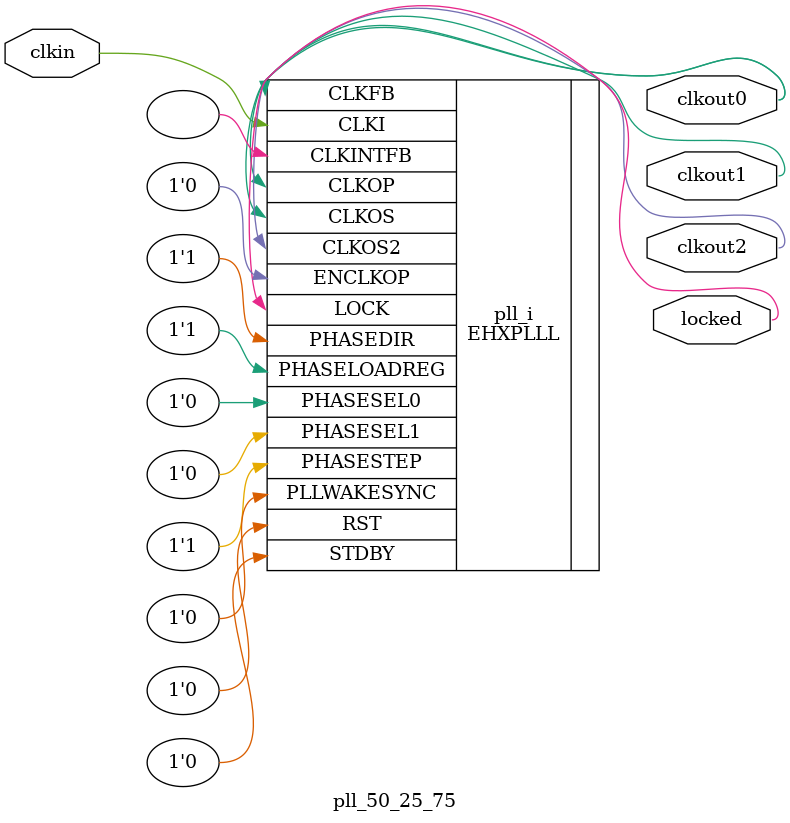
<source format=v>
module pll_50_25_75
(
    input clkin, // 25 MHz, 0 deg
    output clkout0, // 50 MHz, 0 deg
    output clkout1, // 25 MHz, 0 deg
    output clkout2, // 75 MHz, 0 deg
    output locked
);
(* FREQUENCY_PIN_CLKI="25" *)
(* FREQUENCY_PIN_CLKOP="50" *)
(* FREQUENCY_PIN_CLKOS="25" *)
(* FREQUENCY_PIN_CLKOS2="75" *)
(* ICP_CURRENT="12" *) (* LPF_RESISTOR="8" *) (* MFG_ENABLE_FILTEROPAMP="1" *) (* MFG_GMCREF_SEL="2" *)
EHXPLLL #(
        .PLLRST_ENA("DISABLED"),
        .INTFB_WAKE("DISABLED"),
        .STDBY_ENABLE("DISABLED"),
        .DPHASE_SOURCE("DISABLED"),
        .OUTDIVIDER_MUXA("DIVA"),
        .OUTDIVIDER_MUXB("DIVB"),
        .OUTDIVIDER_MUXC("DIVC"),
        .OUTDIVIDER_MUXD("DIVD"),
        .CLKI_DIV(1),
        .CLKOP_ENABLE("ENABLED"),
        .CLKOP_DIV(12),
        .CLKOP_CPHASE(5),
        .CLKOP_FPHASE(0),
        .CLKOS_ENABLE("ENABLED"),
        .CLKOS_DIV(24),
        .CLKOS_CPHASE(5),
        .CLKOS_FPHASE(0),
        .CLKOS2_ENABLE("ENABLED"),
        .CLKOS2_DIV(8),
        .CLKOS2_CPHASE(5),
        .CLKOS2_FPHASE(0),
        .FEEDBK_PATH("CLKOP"),
        .CLKFB_DIV(2)
    ) pll_i (
        .RST(1'b0),
        .STDBY(1'b0),
        .CLKI(clkin),
        .CLKOP(clkout0),
        .CLKOS(clkout1),
        .CLKOS2(clkout2),
        .CLKFB(clkout0),
        .CLKINTFB(),
        .PHASESEL0(1'b0),
        .PHASESEL1(1'b0),
        .PHASEDIR(1'b1),
        .PHASESTEP(1'b1),
        .PHASELOADREG(1'b1),
        .PLLWAKESYNC(1'b0),
        .ENCLKOP(1'b0),
        .LOCK(locked)
	);
endmodule

</source>
